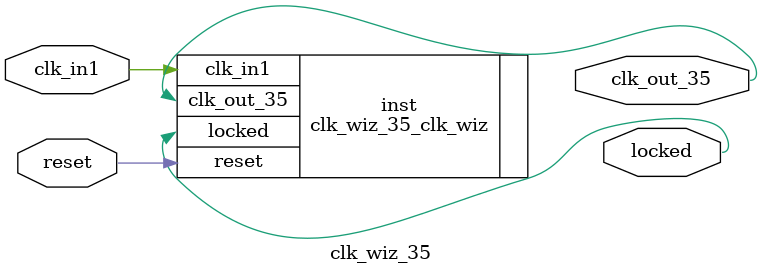
<source format=v>


`timescale 1ps/1ps

(* CORE_GENERATION_INFO = "clk_wiz_35,clk_wiz_v5_3_3_0,{component_name=clk_wiz_35,use_phase_alignment=true,use_min_o_jitter=false,use_max_i_jitter=false,use_dyn_phase_shift=false,use_inclk_switchover=false,use_dyn_reconfig=false,enable_axi=0,feedback_source=FDBK_AUTO,PRIMITIVE=MMCM,num_out_clk=1,clkin1_period=10.0,clkin2_period=10.0,use_power_down=false,use_reset=true,use_locked=true,use_inclk_stopped=false,feedback_type=SINGLE,CLOCK_MGR_TYPE=NA,manual_override=false}" *)

module clk_wiz_35 
 (
  // Clock out ports
  output        clk_out_35,
  // Status and control signals
  input         reset,
  output        locked,
 // Clock in ports
  input         clk_in1
 );

  clk_wiz_35_clk_wiz inst
  (
  // Clock out ports  
  .clk_out_35(clk_out_35),
  // Status and control signals               
  .reset(reset), 
  .locked(locked),
 // Clock in ports
  .clk_in1(clk_in1)
  );

endmodule

</source>
